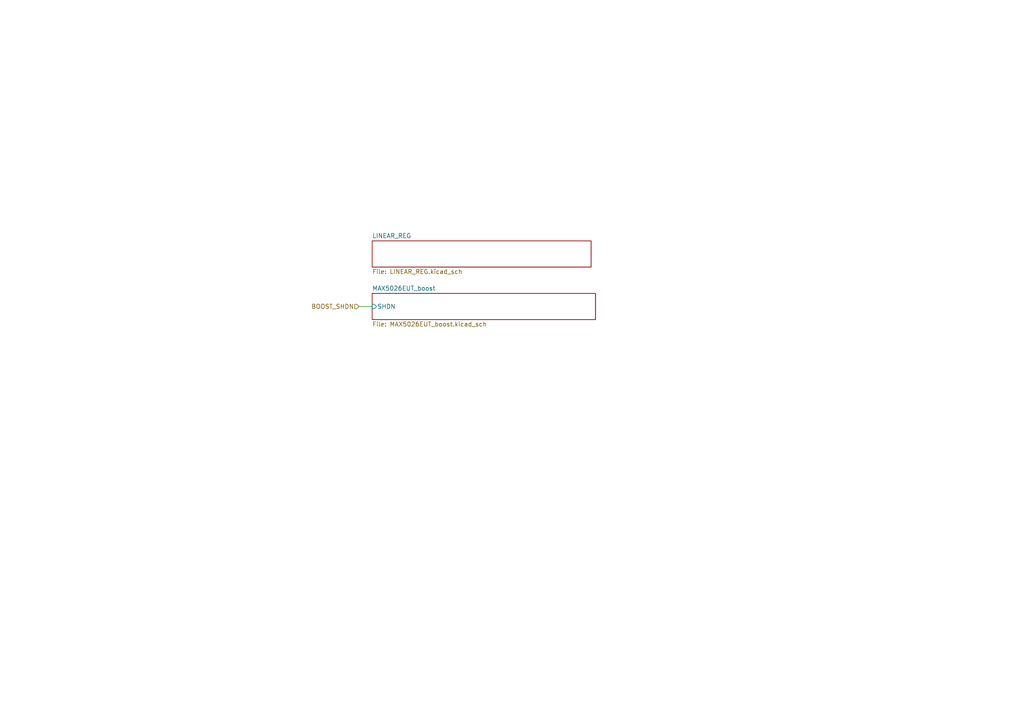
<source format=kicad_sch>
(kicad_sch (version 20230121) (generator eeschema)
  (paper "A4")
  (lib_symbols)
  (wire (pts (xy 104.14 88.9) (xy 107.95 88.9)))
  (hierarchical_label "BOOST_SHDN" (shape input) (at 104.14 88.9 180))
  (sheet (at 107.95 69.85) (size 63.5 7.62) (stroke (width 0.1524))
    (property "Sheetname" "LINEAR_REG" (at 107.95 69.1384 0) (effects (justify left bottom)))
    (property "Sheetfile" "LINEAR_REG.kicad_sch" (at 107.95 78.0546 0) (effects (justify left top)))
  )
  (sheet (at 107.95 85.09) (size 64.77 7.62) (stroke (width 0.1524))
    (property "Sheetname" "MAX5026EUT_boost" (at 107.95 84.3784 0) (effects (justify left bottom)))
    (property "Sheetfile" "MAX5026EUT_boost.kicad_sch" (at 107.95 93.2946 0) (effects (justify left top)))
    (pin "SHDN" input (at 107.95 88.9 180))
  )
)
</source>
